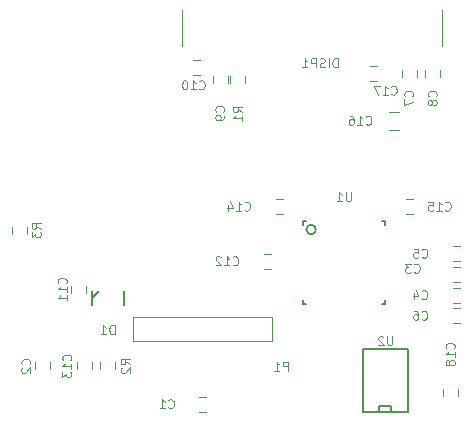
<source format=gbr>
%TF.GenerationSoftware,KiCad,Pcbnew,6.0.0*%
%TF.CreationDate,2022-06-11T19:07:52+02:00*%
%TF.ProjectId,cowdin-3c-esp-ui,636f7764-696e-42d3-9363-2d6573702d75,1*%
%TF.SameCoordinates,Original*%
%TF.FileFunction,Legend,Bot*%
%TF.FilePolarity,Positive*%
%FSLAX46Y46*%
G04 Gerber Fmt 4.6, Leading zero omitted, Abs format (unit mm)*
G04 Created by KiCad (PCBNEW 6.0.0) date 2022-06-11 19:07:52*
%MOMM*%
%LPD*%
G01*
G04 APERTURE LIST*
%ADD10C,0.101600*%
%ADD11C,0.076200*%
%ADD12C,0.150000*%
%ADD13C,0.127000*%
%ADD14C,0.120000*%
%ADD15C,0.100000*%
G04 APERTURE END LIST*
D10*
%TO.C,C9*%
X150772142Y-99223000D02*
X150808428Y-99186714D01*
X150844714Y-99077857D01*
X150844714Y-99005285D01*
X150808428Y-98896428D01*
X150735857Y-98823857D01*
X150663285Y-98787571D01*
X150518142Y-98751285D01*
X150409285Y-98751285D01*
X150264142Y-98787571D01*
X150191571Y-98823857D01*
X150119000Y-98896428D01*
X150082714Y-99005285D01*
X150082714Y-99077857D01*
X150119000Y-99186714D01*
X150155285Y-99223000D01*
X150844714Y-99585857D02*
X150844714Y-99731000D01*
X150808428Y-99803571D01*
X150772142Y-99839857D01*
X150663285Y-99912428D01*
X150518142Y-99948714D01*
X150227857Y-99948714D01*
X150155285Y-99912428D01*
X150119000Y-99876142D01*
X150082714Y-99803571D01*
X150082714Y-99658428D01*
X150119000Y-99585857D01*
X150155285Y-99549571D01*
X150227857Y-99513285D01*
X150409285Y-99513285D01*
X150481857Y-99549571D01*
X150518142Y-99585857D01*
X150554428Y-99658428D01*
X150554428Y-99803571D01*
X150518142Y-99876142D01*
X150481857Y-99912428D01*
X150409285Y-99948714D01*
%TO.C,U1*%
X161580571Y-106032714D02*
X161580571Y-106649571D01*
X161544285Y-106722142D01*
X161508000Y-106758428D01*
X161435428Y-106794714D01*
X161290285Y-106794714D01*
X161217714Y-106758428D01*
X161181428Y-106722142D01*
X161145142Y-106649571D01*
X161145142Y-106032714D01*
X160383142Y-106794714D02*
X160818571Y-106794714D01*
X160600857Y-106794714D02*
X160600857Y-106032714D01*
X160673428Y-106141571D01*
X160746000Y-106214142D01*
X160818571Y-106250428D01*
%TO.C,C11*%
X137422142Y-113760142D02*
X137458428Y-113723857D01*
X137494714Y-113615000D01*
X137494714Y-113542428D01*
X137458428Y-113433571D01*
X137385857Y-113361000D01*
X137313285Y-113324714D01*
X137168142Y-113288428D01*
X137059285Y-113288428D01*
X136914142Y-113324714D01*
X136841571Y-113361000D01*
X136769000Y-113433571D01*
X136732714Y-113542428D01*
X136732714Y-113615000D01*
X136769000Y-113723857D01*
X136805285Y-113760142D01*
X137494714Y-114485857D02*
X137494714Y-114050428D01*
X137494714Y-114268142D02*
X136732714Y-114268142D01*
X136841571Y-114195571D01*
X136914142Y-114123000D01*
X136950428Y-114050428D01*
X137494714Y-115211571D02*
X137494714Y-114776142D01*
X137494714Y-114993857D02*
X136732714Y-114993857D01*
X136841571Y-114921285D01*
X136914142Y-114848714D01*
X136950428Y-114776142D01*
D11*
%TO.C,D1*%
X141562428Y-118044714D02*
X141562428Y-117282714D01*
X141381000Y-117282714D01*
X141272142Y-117319000D01*
X141199571Y-117391571D01*
X141163285Y-117464142D01*
X141127000Y-117609285D01*
X141127000Y-117718142D01*
X141163285Y-117863285D01*
X141199571Y-117935857D01*
X141272142Y-118008428D01*
X141381000Y-118044714D01*
X141562428Y-118044714D01*
X140401285Y-118044714D02*
X140836714Y-118044714D01*
X140619000Y-118044714D02*
X140619000Y-117282714D01*
X140691571Y-117391571D01*
X140764142Y-117464142D01*
X140836714Y-117500428D01*
D10*
%TO.C,U2*%
X165080571Y-118232714D02*
X165080571Y-118849571D01*
X165044285Y-118922142D01*
X165008000Y-118958428D01*
X164935428Y-118994714D01*
X164790285Y-118994714D01*
X164717714Y-118958428D01*
X164681428Y-118922142D01*
X164645142Y-118849571D01*
X164645142Y-118232714D01*
X164318571Y-118305285D02*
X164282285Y-118269000D01*
X164209714Y-118232714D01*
X164028285Y-118232714D01*
X163955714Y-118269000D01*
X163919428Y-118305285D01*
X163883142Y-118377857D01*
X163883142Y-118450428D01*
X163919428Y-118559285D01*
X164354857Y-118994714D01*
X163883142Y-118994714D01*
%TO.C,C2*%
X134372142Y-120623000D02*
X134408428Y-120586714D01*
X134444714Y-120477857D01*
X134444714Y-120405285D01*
X134408428Y-120296428D01*
X134335857Y-120223857D01*
X134263285Y-120187571D01*
X134118142Y-120151285D01*
X134009285Y-120151285D01*
X133864142Y-120187571D01*
X133791571Y-120223857D01*
X133719000Y-120296428D01*
X133682714Y-120405285D01*
X133682714Y-120477857D01*
X133719000Y-120586714D01*
X133755285Y-120623000D01*
X133755285Y-120913285D02*
X133719000Y-120949571D01*
X133682714Y-121022142D01*
X133682714Y-121203571D01*
X133719000Y-121276142D01*
X133755285Y-121312428D01*
X133827857Y-121348714D01*
X133900428Y-121348714D01*
X134009285Y-121312428D01*
X134444714Y-120877000D01*
X134444714Y-121348714D01*
%TO.C,C3*%
X166917102Y-112772142D02*
X166953388Y-112808428D01*
X167062245Y-112844714D01*
X167134817Y-112844714D01*
X167243674Y-112808428D01*
X167316245Y-112735857D01*
X167352531Y-112663285D01*
X167388817Y-112518142D01*
X167388817Y-112409285D01*
X167352531Y-112264142D01*
X167316245Y-112191571D01*
X167243674Y-112119000D01*
X167134817Y-112082714D01*
X167062245Y-112082714D01*
X166953388Y-112119000D01*
X166917102Y-112155285D01*
X166663102Y-112082714D02*
X166191388Y-112082714D01*
X166445388Y-112373000D01*
X166336531Y-112373000D01*
X166263960Y-112409285D01*
X166227674Y-112445571D01*
X166191388Y-112518142D01*
X166191388Y-112699571D01*
X166227674Y-112772142D01*
X166263960Y-112808428D01*
X166336531Y-112844714D01*
X166554245Y-112844714D01*
X166626817Y-112808428D01*
X166663102Y-112772142D01*
%TO.C,R3*%
X135294714Y-109123000D02*
X134931857Y-108869000D01*
X135294714Y-108687571D02*
X134532714Y-108687571D01*
X134532714Y-108977857D01*
X134569000Y-109050428D01*
X134605285Y-109086714D01*
X134677857Y-109123000D01*
X134786714Y-109123000D01*
X134859285Y-109086714D01*
X134895571Y-109050428D01*
X134931857Y-108977857D01*
X134931857Y-108687571D01*
X134532714Y-109377000D02*
X134532714Y-109848714D01*
X134823000Y-109594714D01*
X134823000Y-109703571D01*
X134859285Y-109776142D01*
X134895571Y-109812428D01*
X134968142Y-109848714D01*
X135149571Y-109848714D01*
X135222142Y-109812428D01*
X135258428Y-109776142D01*
X135294714Y-109703571D01*
X135294714Y-109485857D01*
X135258428Y-109413285D01*
X135222142Y-109377000D01*
%TO.C,C7*%
X166772142Y-97932897D02*
X166808428Y-97896611D01*
X166844714Y-97787754D01*
X166844714Y-97715182D01*
X166808428Y-97606325D01*
X166735857Y-97533754D01*
X166663285Y-97497468D01*
X166518142Y-97461182D01*
X166409285Y-97461182D01*
X166264142Y-97497468D01*
X166191571Y-97533754D01*
X166119000Y-97606325D01*
X166082714Y-97715182D01*
X166082714Y-97787754D01*
X166119000Y-97896611D01*
X166155285Y-97932897D01*
X166082714Y-98186897D02*
X166082714Y-98694897D01*
X166844714Y-98368325D01*
%TO.C,C14*%
X152567102Y-107522142D02*
X152603388Y-107558428D01*
X152712245Y-107594714D01*
X152784817Y-107594714D01*
X152893674Y-107558428D01*
X152966245Y-107485857D01*
X153002531Y-107413285D01*
X153038817Y-107268142D01*
X153038817Y-107159285D01*
X153002531Y-107014142D01*
X152966245Y-106941571D01*
X152893674Y-106869000D01*
X152784817Y-106832714D01*
X152712245Y-106832714D01*
X152603388Y-106869000D01*
X152567102Y-106905285D01*
X151841388Y-107594714D02*
X152276817Y-107594714D01*
X152059102Y-107594714D02*
X152059102Y-106832714D01*
X152131674Y-106941571D01*
X152204245Y-107014142D01*
X152276817Y-107050428D01*
X151188245Y-107086714D02*
X151188245Y-107594714D01*
X151369674Y-106796428D02*
X151551102Y-107340714D01*
X151079388Y-107340714D01*
%TO.C,C15*%
X169539857Y-107522142D02*
X169576142Y-107558428D01*
X169685000Y-107594714D01*
X169757571Y-107594714D01*
X169866428Y-107558428D01*
X169939000Y-107485857D01*
X169975285Y-107413285D01*
X170011571Y-107268142D01*
X170011571Y-107159285D01*
X169975285Y-107014142D01*
X169939000Y-106941571D01*
X169866428Y-106869000D01*
X169757571Y-106832714D01*
X169685000Y-106832714D01*
X169576142Y-106869000D01*
X169539857Y-106905285D01*
X168814142Y-107594714D02*
X169249571Y-107594714D01*
X169031857Y-107594714D02*
X169031857Y-106832714D01*
X169104428Y-106941571D01*
X169177000Y-107014142D01*
X169249571Y-107050428D01*
X168124714Y-106832714D02*
X168487571Y-106832714D01*
X168523857Y-107195571D01*
X168487571Y-107159285D01*
X168415000Y-107123000D01*
X168233571Y-107123000D01*
X168161000Y-107159285D01*
X168124714Y-107195571D01*
X168088428Y-107268142D01*
X168088428Y-107449571D01*
X168124714Y-107522142D01*
X168161000Y-107558428D01*
X168233571Y-107594714D01*
X168415000Y-107594714D01*
X168487571Y-107558428D01*
X168523857Y-107522142D01*
%TO.C,P1*%
X156222325Y-121144714D02*
X156222325Y-120382714D01*
X155932040Y-120382714D01*
X155859468Y-120419000D01*
X155823182Y-120455285D01*
X155786897Y-120527857D01*
X155786897Y-120636714D01*
X155823182Y-120709285D01*
X155859468Y-120745571D01*
X155932040Y-120781857D01*
X156222325Y-120781857D01*
X155061182Y-121144714D02*
X155496611Y-121144714D01*
X155278897Y-121144714D02*
X155278897Y-120382714D01*
X155351468Y-120491571D01*
X155424040Y-120564142D01*
X155496611Y-120600428D01*
%TO.C,C12*%
X151567102Y-112172142D02*
X151603388Y-112208428D01*
X151712245Y-112244714D01*
X151784817Y-112244714D01*
X151893674Y-112208428D01*
X151966245Y-112135857D01*
X152002531Y-112063285D01*
X152038817Y-111918142D01*
X152038817Y-111809285D01*
X152002531Y-111664142D01*
X151966245Y-111591571D01*
X151893674Y-111519000D01*
X151784817Y-111482714D01*
X151712245Y-111482714D01*
X151603388Y-111519000D01*
X151567102Y-111555285D01*
X150841388Y-112244714D02*
X151276817Y-112244714D01*
X151059102Y-112244714D02*
X151059102Y-111482714D01*
X151131674Y-111591571D01*
X151204245Y-111664142D01*
X151276817Y-111700428D01*
X150551102Y-111555285D02*
X150514817Y-111519000D01*
X150442245Y-111482714D01*
X150260817Y-111482714D01*
X150188245Y-111519000D01*
X150151960Y-111555285D01*
X150115674Y-111627857D01*
X150115674Y-111700428D01*
X150151960Y-111809285D01*
X150587388Y-112244714D01*
X150115674Y-112244714D01*
%TO.C,C18*%
X170272142Y-119260142D02*
X170308428Y-119223857D01*
X170344714Y-119115000D01*
X170344714Y-119042428D01*
X170308428Y-118933571D01*
X170235857Y-118861000D01*
X170163285Y-118824714D01*
X170018142Y-118788428D01*
X169909285Y-118788428D01*
X169764142Y-118824714D01*
X169691571Y-118861000D01*
X169619000Y-118933571D01*
X169582714Y-119042428D01*
X169582714Y-119115000D01*
X169619000Y-119223857D01*
X169655285Y-119260142D01*
X170344714Y-119985857D02*
X170344714Y-119550428D01*
X170344714Y-119768142D02*
X169582714Y-119768142D01*
X169691571Y-119695571D01*
X169764142Y-119623000D01*
X169800428Y-119550428D01*
X169909285Y-120421285D02*
X169873000Y-120348714D01*
X169836714Y-120312428D01*
X169764142Y-120276142D01*
X169727857Y-120276142D01*
X169655285Y-120312428D01*
X169619000Y-120348714D01*
X169582714Y-120421285D01*
X169582714Y-120566428D01*
X169619000Y-120639000D01*
X169655285Y-120675285D01*
X169727857Y-120711571D01*
X169764142Y-120711571D01*
X169836714Y-120675285D01*
X169873000Y-120639000D01*
X169909285Y-120566428D01*
X169909285Y-120421285D01*
X169945571Y-120348714D01*
X169981857Y-120312428D01*
X170054428Y-120276142D01*
X170199571Y-120276142D01*
X170272142Y-120312428D01*
X170308428Y-120348714D01*
X170344714Y-120421285D01*
X170344714Y-120566428D01*
X170308428Y-120639000D01*
X170272142Y-120675285D01*
X170199571Y-120711571D01*
X170054428Y-120711571D01*
X169981857Y-120675285D01*
X169945571Y-120639000D01*
X169909285Y-120566428D01*
%TO.C,C10*%
X148739857Y-97272142D02*
X148776142Y-97308428D01*
X148885000Y-97344714D01*
X148957571Y-97344714D01*
X149066428Y-97308428D01*
X149139000Y-97235857D01*
X149175285Y-97163285D01*
X149211571Y-97018142D01*
X149211571Y-96909285D01*
X149175285Y-96764142D01*
X149139000Y-96691571D01*
X149066428Y-96619000D01*
X148957571Y-96582714D01*
X148885000Y-96582714D01*
X148776142Y-96619000D01*
X148739857Y-96655285D01*
X148014142Y-97344714D02*
X148449571Y-97344714D01*
X148231857Y-97344714D02*
X148231857Y-96582714D01*
X148304428Y-96691571D01*
X148377000Y-96764142D01*
X148449571Y-96800428D01*
X147542428Y-96582714D02*
X147469857Y-96582714D01*
X147397285Y-96619000D01*
X147361000Y-96655285D01*
X147324714Y-96727857D01*
X147288428Y-96873000D01*
X147288428Y-97054428D01*
X147324714Y-97199571D01*
X147361000Y-97272142D01*
X147397285Y-97308428D01*
X147469857Y-97344714D01*
X147542428Y-97344714D01*
X147615000Y-97308428D01*
X147651285Y-97272142D01*
X147687571Y-97199571D01*
X147723857Y-97054428D01*
X147723857Y-96873000D01*
X147687571Y-96727857D01*
X147651285Y-96655285D01*
X147615000Y-96619000D01*
X147542428Y-96582714D01*
%TO.C,C5*%
X167577000Y-111522142D02*
X167613285Y-111558428D01*
X167722142Y-111594714D01*
X167794714Y-111594714D01*
X167903571Y-111558428D01*
X167976142Y-111485857D01*
X168012428Y-111413285D01*
X168048714Y-111268142D01*
X168048714Y-111159285D01*
X168012428Y-111014142D01*
X167976142Y-110941571D01*
X167903571Y-110869000D01*
X167794714Y-110832714D01*
X167722142Y-110832714D01*
X167613285Y-110869000D01*
X167577000Y-110905285D01*
X166887571Y-110832714D02*
X167250428Y-110832714D01*
X167286714Y-111195571D01*
X167250428Y-111159285D01*
X167177857Y-111123000D01*
X166996428Y-111123000D01*
X166923857Y-111159285D01*
X166887571Y-111195571D01*
X166851285Y-111268142D01*
X166851285Y-111449571D01*
X166887571Y-111522142D01*
X166923857Y-111558428D01*
X166996428Y-111594714D01*
X167177857Y-111594714D01*
X167250428Y-111558428D01*
X167286714Y-111522142D01*
%TO.C,C16*%
X162839857Y-100272142D02*
X162876142Y-100308428D01*
X162985000Y-100344714D01*
X163057571Y-100344714D01*
X163166428Y-100308428D01*
X163239000Y-100235857D01*
X163275285Y-100163285D01*
X163311571Y-100018142D01*
X163311571Y-99909285D01*
X163275285Y-99764142D01*
X163239000Y-99691571D01*
X163166428Y-99619000D01*
X163057571Y-99582714D01*
X162985000Y-99582714D01*
X162876142Y-99619000D01*
X162839857Y-99655285D01*
X162114142Y-100344714D02*
X162549571Y-100344714D01*
X162331857Y-100344714D02*
X162331857Y-99582714D01*
X162404428Y-99691571D01*
X162477000Y-99764142D01*
X162549571Y-99800428D01*
X161461000Y-99582714D02*
X161606142Y-99582714D01*
X161678714Y-99619000D01*
X161715000Y-99655285D01*
X161787571Y-99764142D01*
X161823857Y-99909285D01*
X161823857Y-100199571D01*
X161787571Y-100272142D01*
X161751285Y-100308428D01*
X161678714Y-100344714D01*
X161533571Y-100344714D01*
X161461000Y-100308428D01*
X161424714Y-100272142D01*
X161388428Y-100199571D01*
X161388428Y-100018142D01*
X161424714Y-99945571D01*
X161461000Y-99909285D01*
X161533571Y-99873000D01*
X161678714Y-99873000D01*
X161751285Y-99909285D01*
X161787571Y-99945571D01*
X161823857Y-100018142D01*
%TO.C,C4*%
X167567102Y-115022142D02*
X167603388Y-115058428D01*
X167712245Y-115094714D01*
X167784817Y-115094714D01*
X167893674Y-115058428D01*
X167966245Y-114985857D01*
X168002531Y-114913285D01*
X168038817Y-114768142D01*
X168038817Y-114659285D01*
X168002531Y-114514142D01*
X167966245Y-114441571D01*
X167893674Y-114369000D01*
X167784817Y-114332714D01*
X167712245Y-114332714D01*
X167603388Y-114369000D01*
X167567102Y-114405285D01*
X166913960Y-114586714D02*
X166913960Y-115094714D01*
X167095388Y-114296428D02*
X167276817Y-114840714D01*
X166805102Y-114840714D01*
%TO.C,DISP1*%
X160437714Y-95484714D02*
X160437714Y-94722714D01*
X160256285Y-94722714D01*
X160147428Y-94759000D01*
X160074857Y-94831571D01*
X160038571Y-94904142D01*
X160002285Y-95049285D01*
X160002285Y-95158142D01*
X160038571Y-95303285D01*
X160074857Y-95375857D01*
X160147428Y-95448428D01*
X160256285Y-95484714D01*
X160437714Y-95484714D01*
X159675714Y-95484714D02*
X159675714Y-94722714D01*
X159349142Y-95448428D02*
X159240285Y-95484714D01*
X159058857Y-95484714D01*
X158986285Y-95448428D01*
X158950000Y-95412142D01*
X158913714Y-95339571D01*
X158913714Y-95267000D01*
X158950000Y-95194428D01*
X158986285Y-95158142D01*
X159058857Y-95121857D01*
X159204000Y-95085571D01*
X159276571Y-95049285D01*
X159312857Y-95013000D01*
X159349142Y-94940428D01*
X159349142Y-94867857D01*
X159312857Y-94795285D01*
X159276571Y-94759000D01*
X159204000Y-94722714D01*
X159022571Y-94722714D01*
X158913714Y-94759000D01*
X158587142Y-95484714D02*
X158587142Y-94722714D01*
X158296857Y-94722714D01*
X158224285Y-94759000D01*
X158188000Y-94795285D01*
X158151714Y-94867857D01*
X158151714Y-94976714D01*
X158188000Y-95049285D01*
X158224285Y-95085571D01*
X158296857Y-95121857D01*
X158587142Y-95121857D01*
X157426000Y-95484714D02*
X157861428Y-95484714D01*
X157643714Y-95484714D02*
X157643714Y-94722714D01*
X157716285Y-94831571D01*
X157788857Y-94904142D01*
X157861428Y-94940428D01*
%TO.C,C8*%
X168772142Y-97932897D02*
X168808428Y-97896611D01*
X168844714Y-97787754D01*
X168844714Y-97715182D01*
X168808428Y-97606325D01*
X168735857Y-97533754D01*
X168663285Y-97497468D01*
X168518142Y-97461182D01*
X168409285Y-97461182D01*
X168264142Y-97497468D01*
X168191571Y-97533754D01*
X168119000Y-97606325D01*
X168082714Y-97715182D01*
X168082714Y-97787754D01*
X168119000Y-97896611D01*
X168155285Y-97932897D01*
X168409285Y-98368325D02*
X168373000Y-98295754D01*
X168336714Y-98259468D01*
X168264142Y-98223182D01*
X168227857Y-98223182D01*
X168155285Y-98259468D01*
X168119000Y-98295754D01*
X168082714Y-98368325D01*
X168082714Y-98513468D01*
X168119000Y-98586040D01*
X168155285Y-98622325D01*
X168227857Y-98658611D01*
X168264142Y-98658611D01*
X168336714Y-98622325D01*
X168373000Y-98586040D01*
X168409285Y-98513468D01*
X168409285Y-98368325D01*
X168445571Y-98295754D01*
X168481857Y-98259468D01*
X168554428Y-98223182D01*
X168699571Y-98223182D01*
X168772142Y-98259468D01*
X168808428Y-98295754D01*
X168844714Y-98368325D01*
X168844714Y-98513468D01*
X168808428Y-98586040D01*
X168772142Y-98622325D01*
X168699571Y-98658611D01*
X168554428Y-98658611D01*
X168481857Y-98622325D01*
X168445571Y-98586040D01*
X168409285Y-98513468D01*
%TO.C,R2*%
X142844714Y-120623000D02*
X142481857Y-120369000D01*
X142844714Y-120187571D02*
X142082714Y-120187571D01*
X142082714Y-120477857D01*
X142119000Y-120550428D01*
X142155285Y-120586714D01*
X142227857Y-120623000D01*
X142336714Y-120623000D01*
X142409285Y-120586714D01*
X142445571Y-120550428D01*
X142481857Y-120477857D01*
X142481857Y-120187571D01*
X142155285Y-120913285D02*
X142119000Y-120949571D01*
X142082714Y-121022142D01*
X142082714Y-121203571D01*
X142119000Y-121276142D01*
X142155285Y-121312428D01*
X142227857Y-121348714D01*
X142300428Y-121348714D01*
X142409285Y-121312428D01*
X142844714Y-120877000D01*
X142844714Y-121348714D01*
%TO.C,C6*%
X167567102Y-116772142D02*
X167603388Y-116808428D01*
X167712245Y-116844714D01*
X167784817Y-116844714D01*
X167893674Y-116808428D01*
X167966245Y-116735857D01*
X168002531Y-116663285D01*
X168038817Y-116518142D01*
X168038817Y-116409285D01*
X168002531Y-116264142D01*
X167966245Y-116191571D01*
X167893674Y-116119000D01*
X167784817Y-116082714D01*
X167712245Y-116082714D01*
X167603388Y-116119000D01*
X167567102Y-116155285D01*
X166913960Y-116082714D02*
X167059102Y-116082714D01*
X167131674Y-116119000D01*
X167167960Y-116155285D01*
X167240531Y-116264142D01*
X167276817Y-116409285D01*
X167276817Y-116699571D01*
X167240531Y-116772142D01*
X167204245Y-116808428D01*
X167131674Y-116844714D01*
X166986531Y-116844714D01*
X166913960Y-116808428D01*
X166877674Y-116772142D01*
X166841388Y-116699571D01*
X166841388Y-116518142D01*
X166877674Y-116445571D01*
X166913960Y-116409285D01*
X166986531Y-116373000D01*
X167131674Y-116373000D01*
X167204245Y-116409285D01*
X167240531Y-116445571D01*
X167276817Y-116518142D01*
%TO.C,C13*%
X137822142Y-120260142D02*
X137858428Y-120223857D01*
X137894714Y-120115000D01*
X137894714Y-120042428D01*
X137858428Y-119933571D01*
X137785857Y-119861000D01*
X137713285Y-119824714D01*
X137568142Y-119788428D01*
X137459285Y-119788428D01*
X137314142Y-119824714D01*
X137241571Y-119861000D01*
X137169000Y-119933571D01*
X137132714Y-120042428D01*
X137132714Y-120115000D01*
X137169000Y-120223857D01*
X137205285Y-120260142D01*
X137894714Y-120985857D02*
X137894714Y-120550428D01*
X137894714Y-120768142D02*
X137132714Y-120768142D01*
X137241571Y-120695571D01*
X137314142Y-120623000D01*
X137350428Y-120550428D01*
X137132714Y-121239857D02*
X137132714Y-121711571D01*
X137423000Y-121457571D01*
X137423000Y-121566428D01*
X137459285Y-121639000D01*
X137495571Y-121675285D01*
X137568142Y-121711571D01*
X137749571Y-121711571D01*
X137822142Y-121675285D01*
X137858428Y-121639000D01*
X137894714Y-121566428D01*
X137894714Y-121348714D01*
X137858428Y-121276142D01*
X137822142Y-121239857D01*
%TO.C,R1*%
X152344714Y-99273000D02*
X151981857Y-99019000D01*
X152344714Y-98837571D02*
X151582714Y-98837571D01*
X151582714Y-99127857D01*
X151619000Y-99200428D01*
X151655285Y-99236714D01*
X151727857Y-99273000D01*
X151836714Y-99273000D01*
X151909285Y-99236714D01*
X151945571Y-99200428D01*
X151981857Y-99127857D01*
X151981857Y-98837571D01*
X152344714Y-99998714D02*
X152344714Y-99563285D01*
X152344714Y-99781000D02*
X151582714Y-99781000D01*
X151691571Y-99708428D01*
X151764142Y-99635857D01*
X151800428Y-99563285D01*
%TO.C,C17*%
X164989857Y-97722142D02*
X165026142Y-97758428D01*
X165135000Y-97794714D01*
X165207571Y-97794714D01*
X165316428Y-97758428D01*
X165389000Y-97685857D01*
X165425285Y-97613285D01*
X165461571Y-97468142D01*
X165461571Y-97359285D01*
X165425285Y-97214142D01*
X165389000Y-97141571D01*
X165316428Y-97069000D01*
X165207571Y-97032714D01*
X165135000Y-97032714D01*
X165026142Y-97069000D01*
X164989857Y-97105285D01*
X164264142Y-97794714D02*
X164699571Y-97794714D01*
X164481857Y-97794714D02*
X164481857Y-97032714D01*
X164554428Y-97141571D01*
X164627000Y-97214142D01*
X164699571Y-97250428D01*
X164010142Y-97032714D02*
X163502142Y-97032714D01*
X163828714Y-97794714D01*
%TO.C,C1*%
X146117102Y-124272142D02*
X146153388Y-124308428D01*
X146262245Y-124344714D01*
X146334817Y-124344714D01*
X146443674Y-124308428D01*
X146516245Y-124235857D01*
X146552531Y-124163285D01*
X146588817Y-124018142D01*
X146588817Y-123909285D01*
X146552531Y-123764142D01*
X146516245Y-123691571D01*
X146443674Y-123619000D01*
X146334817Y-123582714D01*
X146262245Y-123582714D01*
X146153388Y-123619000D01*
X146117102Y-123655285D01*
X145391388Y-124344714D02*
X145826817Y-124344714D01*
X145609102Y-124344714D02*
X145609102Y-123582714D01*
X145681674Y-123691571D01*
X145754245Y-123764142D01*
X145826817Y-123800428D01*
%TO.C,C9*%
X149865000Y-96200000D02*
X149865000Y-96800000D01*
X151135000Y-96800000D02*
X151135000Y-96200000D01*
D12*
%TO.C,U1*%
X164500000Y-115500000D02*
X164200000Y-115500000D01*
X157500000Y-108500000D02*
X157800000Y-108500000D01*
X164500000Y-108500000D02*
X164500000Y-108800000D01*
X157500000Y-115500000D02*
X157500000Y-115200000D01*
X164500000Y-108500000D02*
X164200000Y-108500000D01*
X157500000Y-108500000D02*
X157500000Y-108800000D01*
X157500000Y-115500000D02*
X157800000Y-115500000D01*
X164500000Y-115500000D02*
X164500000Y-115200000D01*
X158607609Y-109206000D02*
G75*
G03*
X158607609Y-109206000I-401609J0D01*
G01*
D10*
%TO.C,C11*%
X137865000Y-113950000D02*
X137865000Y-114550000D01*
X139135000Y-114550000D02*
X139135000Y-113950000D01*
D13*
%TO.C,D1*%
X140275000Y-114400000D02*
X139675000Y-115000000D01*
X139675000Y-114400000D02*
X139675000Y-115600000D01*
X142325000Y-115600000D02*
X142325000Y-114400000D01*
%TO.C,U2*%
X165008000Y-124159000D02*
X163992000Y-124159000D01*
X165008000Y-124667000D02*
X165008000Y-124159000D01*
X166405000Y-119333000D02*
X162595000Y-119333000D01*
X162722000Y-124667000D02*
X162595000Y-124667000D01*
X166405000Y-119333000D02*
X166405000Y-124667000D01*
X162595000Y-124667000D02*
X162595000Y-119333000D01*
X163992000Y-124159000D02*
X163992000Y-124667000D01*
X166405000Y-124667000D02*
X162722000Y-124667000D01*
D10*
%TO.C,C2*%
X134865000Y-120450000D02*
X134865000Y-121050000D01*
X136135000Y-121050000D02*
X136135000Y-120450000D01*
%TO.C,C3*%
X170800000Y-112365000D02*
X170200000Y-112365000D01*
X170200000Y-113635000D02*
X170800000Y-113635000D01*
%TO.C,R3*%
X134135000Y-109550000D02*
X134135000Y-108950000D01*
X132865000Y-108950000D02*
X132865000Y-109550000D01*
%TO.C,C7*%
X167135000Y-96300000D02*
X167135000Y-95700000D01*
X165865000Y-95700000D02*
X165865000Y-96300000D01*
%TO.C,C14*%
X155200000Y-107885000D02*
X155800000Y-107885000D01*
X155800000Y-106615000D02*
X155200000Y-106615000D01*
%TO.C,C15*%
X166200000Y-107885000D02*
X166800000Y-107885000D01*
X166800000Y-106615000D02*
X166200000Y-106615000D01*
D14*
%TO.C,P1*%
X143100000Y-118650000D02*
X154900000Y-118650000D01*
X143100000Y-118650000D02*
X143100000Y-116650000D01*
X154900000Y-116650000D02*
X154900000Y-118650000D01*
X143100000Y-116650000D02*
X154900000Y-116650000D01*
D10*
%TO.C,C12*%
X154800000Y-111265000D02*
X154200000Y-111265000D01*
X154200000Y-112535000D02*
X154800000Y-112535000D01*
%TO.C,C18*%
X170635000Y-123300000D02*
X170635000Y-122700000D01*
X169365000Y-122700000D02*
X169365000Y-123300000D01*
%TO.C,C10*%
X148800000Y-94865000D02*
X148200000Y-94865000D01*
X148200000Y-96135000D02*
X148800000Y-96135000D01*
%TO.C,C5*%
X170800000Y-110615000D02*
X170200000Y-110615000D01*
X170200000Y-111885000D02*
X170800000Y-111885000D01*
%TO.C,C16*%
X164830000Y-100762000D02*
X165670000Y-100762000D01*
X165670000Y-99238000D02*
X164830000Y-99238000D01*
%TO.C,C4*%
X170200000Y-115385000D02*
X170800000Y-115385000D01*
X170800000Y-114115000D02*
X170200000Y-114115000D01*
D15*
%TO.C,DISP1*%
X169250000Y-93640000D02*
X169250000Y-90640000D01*
X147250000Y-93640000D02*
X147250000Y-90640000D01*
D10*
%TO.C,C8*%
X169135000Y-96300000D02*
X169135000Y-95700000D01*
X167865000Y-95700000D02*
X167865000Y-96300000D01*
%TO.C,R2*%
X140365000Y-120450000D02*
X140365000Y-121050000D01*
X141635000Y-121050000D02*
X141635000Y-120450000D01*
%TO.C,C6*%
X170800000Y-115865000D02*
X170200000Y-115865000D01*
X170200000Y-117135000D02*
X170800000Y-117135000D01*
%TO.C,C13*%
X138365000Y-120450000D02*
X138365000Y-121050000D01*
X139635000Y-121050000D02*
X139635000Y-120450000D01*
%TO.C,R1*%
X151365000Y-96200000D02*
X151365000Y-96800000D01*
X152635000Y-96800000D02*
X152635000Y-96200000D01*
%TO.C,C17*%
X163800000Y-95365000D02*
X163200000Y-95365000D01*
X163200000Y-96635000D02*
X163800000Y-96635000D01*
%TO.C,C1*%
X149300000Y-123365000D02*
X148700000Y-123365000D01*
X148700000Y-124635000D02*
X149300000Y-124635000D01*
%TD*%
M02*

</source>
